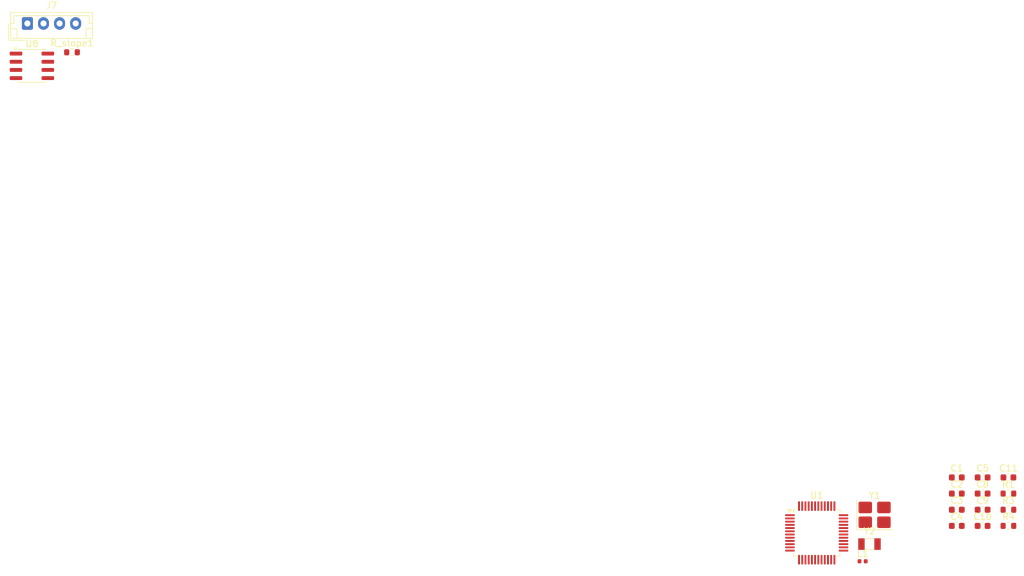
<source format=kicad_pcb>
(kicad_pcb (version 20241229) (generator "pcbnew") (generator_version "9.0")
  (layers (0 "F.Cu" signal) (2 "B.Cu" signal) (13 "F.Paste" user) (15 "B.Paste" user) (5 "F.SilkS" user "F.Silkscreen") (7 "B.SilkS" user "B.Silkscreen") (1 "F.Mask" user) (3 "B.Mask" user) (25 "Edge.Cuts" user))
  (net 0 "")
  (net 1 "+3V3")
  (net 2 "/VREF")
  (net 3 "Net-(J7-Pin_3)")
  (net 4 "GND")
  (net 7 "/SWDIO")
  (net 9 "/SWCLK")
  (net 10 "/BOOT")
  (net 11 "Net-(J7-Pin_2)")
  (net 15 "Net-(U1-OSC_IN)")
  (net 16 "CAN_POWER")
  (net 19 "Net-(U1-OSC_OUT)")
  (net 20 "Net-(U8-Rs)")
  (net 30 "Net-(U1-PC14)")
  (net 32 "PA11")
  (net 33 "/NRST")
  (net 34 "P_GND")
  (net 40 "PA12")
  (net 41 "Net-(U1-PC15)")
  (net 42 "TRIG_THRES")
  (net 45 "Q")
  (net 48 "CAN_RX")
  (net 49 "CAN_TX")
  (net 51 "/PB2")
  (footprint "Crystal:Crystal_SMD_3225-4Pin_3.2x2.5mm_HandSoldering" (layer "F.Cu") (at 134.68 78.485)
    (property "Reference" "Y1" (at 0 -3 0) (layer "F.SilkS"))
    (property "Value" "Crystal_GND24")
    (fp_line (start -2.76 -2.31) (end -2.76 2.31) (stroke (width 0.12)) (layer "F.SilkS"))
    (fp_line (start -2.76 2.31) (end 2.76 2.31) (stroke (width 0.12)) (layer "F.SilkS"))
    (pad "1" smd roundrect (at -1.45 1.15) (size 2.1 1.8) (layers "F.Cu" "F.Mask" "F.Paste") (roundrect_rratio 0.138889) (net 19 "Net-(U1-OSC_OUT)"))
    (pad "2" smd roundrect (at 1.45 1.15) (size 2.1 1.8) (layers "F.Cu" "F.Mask" "F.Paste") (roundrect_rratio 0.138889) (net 4 "GND"))
    (pad "3" smd roundrect (at 1.45 -1.15) (size 2.1 1.8) (layers "F.Cu" "F.Mask" "F.Paste") (roundrect_rratio 0.138889) (net 15 "Net-(U1-OSC_IN)"))
    (pad "4" smd roundrect (at -1.45 -1.15) (size 2.1 1.8) (layers "F.Cu" "F.Mask" "F.Paste") (roundrect_rratio 0.138889) (net 4 "GND"))
  )
  (footprint "Capacitor_SMD:C_0603_1608Metric" (layer "F.Cu") (at 151.465 80.2)
    (property "Reference" "C10" (at 0 -1.43 0) (layer "F.SilkS"))
    (property "Value" "100nF")
    (fp_line (start -0.14058 -0.51) (end 0.14058 -0.51) (stroke (width 0.12)) (layer "F.SilkS"))
    (fp_line (start -0.14058 0.51) (end 0.14058 0.51) (stroke (width 0.12)) (layer "F.SilkS"))
    (pad "1" smd roundrect (at -0.775 0) (size 0.9 0.95) (layers "F.Cu" "F.Mask" "F.Paste") (net 1 "+3V3"))
    (pad "2" smd roundrect (at 0.775 0) (size 0.9 0.95) (layers "F.Cu" "F.Mask" "F.Paste") (net 4 "GND"))
  )
  (footprint "Resistor_SMD:R_0603_1608Metric" (layer "F.Cu") (at 9.955 6.605)
    (property "Reference" "R_slope1" (at 0 -1.43 0) (layer "F.SilkS"))
    (property "Value" "10k-100k 10k faster")
    (fp_line (start -0.237258 -0.5225) (end 0.237258 -0.5225) (stroke (width 0.12)) (layer "F.SilkS"))
    (fp_line (start -0.237258 0.5225) (end 0.237258 0.5225) (stroke (width 0.12)) (layer "F.SilkS"))
    (pad "1" smd roundrect (at -0.825 0) (size 0.8 0.95) (layers "F.Cu" "F.Mask" "F.Paste") (net 4 "GND"))
    (pad "2" smd roundrect (at 0.825 0) (size 0.8 0.95) (layers "F.Cu" "F.Mask" "F.Paste") (net 20 "Net-(U8-Rs)"))
  )
  (footprint "Crystal:Crystal_SMD_3215-2Pin_3.2x1.5mm" (layer "F.Cu") (at 133.885 83.03)
    (property "Reference" "Y2" (at 0 -2 0) (layer "F.SilkS"))
    (property "Value" "Crystal")
    (fp_line (start -0.675 -0.875) (end 0.675 -0.875) (stroke (width 0.12)) (layer "F.SilkS"))
    (fp_line (start -0.675 0.875) (end 0.675 0.875) (stroke (width 0.12)) (layer "F.SilkS"))
    (pad "1" smd rect (at 1.25 0) (size 1 1.8) (layers "F.Cu" "F.Mask" "F.Paste") (net 41 "Net-(U1-PC15)"))
    (pad "2" smd rect (at -1.25 0) (size 1 1.8) (layers "F.Cu" "F.Mask" "F.Paste") (net 30 "Net-(U1-PC14)"))
  )
  (footprint "Capacitor_SMD:C_0603_1608Metric" (layer "F.Cu") (at 147.455 80.2)
    (property "Reference" "C4" (at 0 -1.43 0) (layer "F.SilkS"))
    (property "Value" "1.5pF")
    (fp_line (start -0.14058 -0.51) (end 0.14058 -0.51) (stroke (width 0.12)) (layer "F.SilkS"))
    (fp_line (start -0.14058 0.51) (end 0.14058 0.51) (stroke (width 0.12)) (layer "F.SilkS"))
    (pad "1" smd roundrect (at -0.775 0) (size 0.9 0.95) (layers "F.Cu" "F.Mask" "F.Paste") (net 4 "GND"))
    (pad "2" smd roundrect (at 0.775 0) (size 0.9 0.95) (layers "F.Cu" "F.Mask" "F.Paste") (net 30 "Net-(U1-PC14)"))
  )
  (footprint "Resistor_SMD:R_0603_1608Metric" (layer "F.Cu") (at 155.475 77.69)
    (property "Reference" "R3" (at 0 -1.43 0) (layer "F.SilkS"))
    (property "Value" "10kΩ")
    (fp_line (start -0.237258 -0.5225) (end 0.237258 -0.5225) (stroke (width 0.12)) (layer "F.SilkS"))
    (fp_line (start -0.237258 0.5225) (end 0.237258 0.5225) (stroke (width 0.12)) (layer "F.SilkS"))
    (pad "1" smd roundrect (at -0.825 0) (size 0.8 0.95) (layers "F.Cu" "F.Mask" "F.Paste") (net 1 "+3V3"))
    (pad "2" smd roundrect (at 0.825 0) (size 0.8 0.95) (layers "F.Cu" "F.Mask" "F.Paste") (net 33 "/NRST"))
  )
  (footprint "Inductor_SMD:L_0402_1005Metric" (layer "F.Cu") (at 132.815 85.7)
    (property "Reference" "L1" (at 0 -1.17 0) (layer "F.SilkS"))
    (property "Value" "1K_100Mhz")
    (pad "1" smd roundrect (at -0.485 0) (size 0.59 0.64) (layers "F.Cu" "F.Mask" "F.Paste") (net 2 "/VREF"))
    (pad "2" smd roundrect (at 0.485 0) (size 0.59 0.64) (layers "F.Cu" "F.Mask" "F.Paste") (net 1 "+3V3"))
  )
  (footprint "Capacitor_SMD:C_0603_1608Metric" (layer "F.Cu") (at 147.455 77.69)
    (property "Reference" "C3" (at 0 -1.43 0) (layer "F.SilkS"))
    (property "Value" "1.5pF")
    (fp_line (start -0.14058 -0.51) (end 0.14058 -0.51) (stroke (width 0.12)) (layer "F.SilkS"))
    (fp_line (start -0.14058 0.51) (end 0.14058 0.51) (stroke (width 0.12)) (layer "F.SilkS"))
    (pad "1" smd roundrect (at -0.775 0) (size 0.9 0.95) (layers "F.Cu" "F.Mask" "F.Paste") (net 4 "GND"))
    (pad "2" smd roundrect (at 0.775 0) (size 0.9 0.95) (layers "F.Cu" "F.Mask" "F.Paste") (net 41 "Net-(U1-PC15)"))
  )
  (footprint "Capacitor_SMD:C_0603_1608Metric" (layer "F.Cu") (at 155.475 72.67)
    (property "Reference" "C11" (at 0 -1.43 0) (layer "F.SilkS"))
    (property "Value" "100nF")
    (fp_line (start -0.14058 -0.51) (end 0.14058 -0.51) (stroke (width 0.12)) (layer "F.SilkS"))
    (fp_line (start -0.14058 0.51) (end 0.14058 0.51) (stroke (width 0.12)) (layer "F.SilkS"))
    (pad "1" smd roundrect (at -0.775 0) (size 0.9 0.95) (layers "F.Cu" "F.Mask" "F.Paste") (net 2 "/VREF"))
    (pad "2" smd roundrect (at 0.775 0) (size 0.9 0.95) (layers "F.Cu" "F.Mask" "F.Paste") (net 4 "GND"))
  )
  (footprint "Resistor_SMD:R_0603_1608Metric" (layer "F.Cu") (at 155.475 75.18)
    (property "Reference" "R1" (at 0 -1.43 0) (layer "F.SilkS"))
    (property "Value" "10kΩ")
    (fp_line (start -0.237258 -0.5225) (end 0.237258 -0.5225) (stroke (width 0.12)) (layer "F.SilkS"))
    (fp_line (start -0.237258 0.5225) (end 0.237258 0.5225) (stroke (width 0.12)) (layer "F.SilkS"))
    (pad "1" smd roundrect (at -0.825 0) (size 0.8 0.95) (layers "F.Cu" "F.Mask" "F.Paste") (net 10 "/BOOT"))
    (pad "2" smd roundrect (at 0.825 0) (size 0.8 0.95) (layers "F.Cu" "F.Mask" "F.Paste") (net 4 "GND"))
  )
  (footprint "Package_SO:SOIC-8_3.9x4.9mm_P1.27mm" (layer "F.Cu") (at 3.725 8.71)
    (property "Reference" "U8" (at 0 -3.4 0) (layer "F.SilkS"))
    (property "Value" "SN65HVD230")
    (fp_line (start -2.06 -2.56) (end 2.06 -2.56) (stroke (width 0.12)) (layer "F.SilkS"))
    (fp_line (start -2.06 -2.465) (end -2.06 -2.56) (stroke (width 0.12)) (layer "F.SilkS"))
    (fp_line (start -2.06 2.56) (end -2.06 2.465) (stroke (width 0.12)) (layer "F.SilkS"))
    (fp_line (start 2.06 -2.56) (end 2.06 -2.465) (stroke (width 0.12)) (layer "F.SilkS"))
    (fp_line (start 2.06 2.465) (end 2.06 2.56) (stroke (width 0.12)) (layer "F.SilkS"))
    (fp_line (start 2.06 2.56) (end -2.06 2.56) (stroke (width 0.12)) (layer "F.SilkS"))
    (fp_poly (pts (xy -2.6 -2.47) (xy -2.84 -2.8) (xy -2.36 -2.8)) (stroke (width 0.12)) (fill yes) (layer "F.SilkS"))
    (pad "1" smd roundrect (at -2.475 -1.905) (size 1.95 0.6) (layers "F.Cu" "F.Mask" "F.Paste") (net 49 "CAN_TX"))
    (pad "2" smd roundrect (at -2.475 -0.635) (size 1.95 0.6) (layers "F.Cu" "F.Mask" "F.Paste") (net 4 "GND"))
    (pad "3" smd roundrect (at -2.475 0.635) (size 1.95 0.6) (layers "F.Cu" "F.Mask" "F.Paste") (net 16 "CAN_POWER"))
    (pad "4" smd roundrect (at -2.475 1.905) (size 1.95 0.6) (layers "F.Cu" "F.Mask" "F.Paste") (net 48 "CAN_RX"))
    (pad "5" smd roundrect (at 2.475 1.905) (size 1.95 0.6) (layers "F.Cu" "F.Mask" "F.Paste"))
    (pad "6" smd roundrect (at 2.475 0.635) (size 1.95 0.6) (layers "F.Cu" "F.Mask" "F.Paste") (net 3 "Net-(J7-Pin_3)"))
    (pad "7" smd roundrect (at 2.475 -0.635) (size 1.95 0.6) (layers "F.Cu" "F.Mask" "F.Paste") (net 11 "Net-(J7-Pin_2)"))
    (pad "8" smd roundrect (at 2.475 -1.905) (size 1.95 0.6) (layers "F.Cu" "F.Mask" "F.Paste") (net 20 "Net-(U8-Rs)"))
  )
  (footprint "Capacitor_SMD:C_0603_1608Metric" (layer "F.Cu") (at 151.465 75.18)
    (property "Reference" "C8" (at 0 -1.43 0) (layer "F.SilkS"))
    (property "Value" "100nF")
    (fp_line (start -0.14058 -0.51) (end 0.14058 -0.51) (stroke (width 0.12)) (layer "F.SilkS"))
    (fp_line (start -0.14058 0.51) (end 0.14058 0.51) (stroke (width 0.12)) (layer "F.SilkS"))
    (pad "1" smd roundrect (at -0.775 0) (size 0.9 0.95) (layers "F.Cu" "F.Mask" "F.Paste") (net 1 "+3V3"))
    (pad "2" smd roundrect (at 0.775 0) (size 0.9 0.95) (layers "F.Cu" "F.Mask" "F.Paste") (net 4 "GND"))
  )
  (footprint "Package_QFP:LQFP-48_7x7mm_P0.5mm" (layer "F.Cu") (at 125.685 81.29)
    (property "Reference" "U1" (at 0 -5.85 0) (layer "F.SilkS"))
    (property "Value" "CH32V203CxTx")
    (fp_line (start -3.61 -3.61) (end -3.61 -3.16) (stroke (width 0.12)) (layer "F.SilkS"))
    (fp_line (start -3.61 3.61) (end -3.61 3.16) (stroke (width 0.12)) (layer "F.SilkS"))
    (fp_line (start -3.16 -3.61) (end -3.61 -3.61) (stroke (width 0.12)) (layer "F.SilkS"))
    (fp_line (start -3.16 3.61) (end -3.61 3.61) (stroke (width 0.12)) (layer "F.SilkS"))
    (fp_line (start 3.16 -3.61) (end 3.61 -3.61) (stroke (width 0.12)) (layer "F.SilkS"))
    (fp_line (start 3.16 3.61) (end 3.61 3.61) (stroke (width 0.12)) (layer "F.SilkS"))
    (fp_line (start 3.61 -3.61) (end 3.61 -3.16) (stroke (width 0.12)) (layer "F.SilkS"))
    (fp_line (start 3.61 3.61) (end 3.61 3.16) (stroke (width 0.12)) (layer "F.SilkS"))
    (fp_poly (pts (xy -4.2 -3.16) (xy -4.54 -3.63) (xy -3.86 -3.63)) (stroke (width 0.12)) (fill yes) (layer "F.SilkS"))
    (pad "1" smd roundrect (at -4.1625 -2.75) (size 1.475 0.3) (layers "F.Cu" "F.Mask" "F.Paste"))
    (pad "2" smd roundrect (at -4.1625 -2.25) (size 1.475 0.3) (layers "F.Cu" "F.Mask" "F.Paste"))
    (pad "3" smd roundrect (at -4.1625 -1.75) (size 1.475 0.3) (layers "F.Cu" "F.Mask" "F.Paste") (net 30 "Net-(U1-PC14)"))
    (pad "4" smd roundrect (at -4.1625 -1.25) (size 1.475 0.3) (layers "F.Cu" "F.Mask" "F.Paste") (net 41 "Net-(U1-PC15)"))
    (pad "5" smd roundrect (at -4.1625 -0.75) (size 1.475 0.3) (layers "F.Cu" "F.Mask" "F.Paste") (net 15 "Net-(U1-OSC_IN)"))
    (pad "6" smd roundrect (at -4.1625 -0.25) (size 1.475 0.3) (layers "F.Cu" "F.Mask" "F.Paste") (net 19 "Net-(U1-OSC_OUT)"))
    (pad "7" smd roundrect (at -4.1625 0.25) (size 1.475 0.3) (layers "F.Cu" "F.Mask" "F.Paste") (net 33 "/NRST"))
    (pad "8" smd roundrect (at -4.1625 0.75) (size 1.475 0.3) (layers "F.Cu" "F.Mask" "F.Paste") (net 4 "GND"))
    (pad "9" smd roundrect (at -4.1625 1.25) (size 1.475 0.3) (layers "F.Cu" "F.Mask" "F.Paste") (net 2 "/VREF"))
    (pad "10" smd roundrect (at -4.1625 1.75) (size 1.475 0.3) (layers "F.Cu" "F.Mask" "F.Paste"))
    (pad "11" smd roundrect (at -4.1625 2.25) (size 1.475 0.3) (layers "F.Cu" "F.Mask" "F.Paste") (net 42 "TRIG_THRES"))
    (pad "12" smd roundrect (at -4.1625 2.75) (size 1.475 0.3) (layers "F.Cu" "F.Mask" "F.Paste"))
    (pad "13" smd roundrect (at -2.75 4.1625) (size 0.3 1.475) (layers "F.Cu" "F.Mask" "F.Paste"))
    (pad "14" smd roundrect (at -2.25 4.1625) (size 0.3 1.475) (layers "F.Cu" "F.Mask" "F.Paste"))
    (pad "15" smd roundrect (at -1.75 4.1625) (size 0.3 1.475) (layers "F.Cu" "F.Mask" "F.Paste"))
    (pad "16" smd roundrect (at -1.25 4.1625) (size 0.3 1.475) (layers "F.Cu" "F.Mask" "F.Paste"))
    (pad "17" smd roundrect (at -0.75 4.1625) (size 0.3 1.475) (layers "F.Cu" "F.Mask" "F.Paste"))
    (pad "18" smd roundrect (at -0.25 4.1625) (size 0.3 1.475) (layers "F.Cu" "F.Mask" "F.Paste") (net 45 "Q"))
    (pad "19" smd roundrect (at 0.25 4.1625) (size 0.3 1.475) (layers "F.Cu" "F.Mask" "F.Paste") (net 34 "P_GND"))
    (pad "20" smd roundrect (at 0.75 4.1625) (size 0.3 1.475) (layers "F.Cu" "F.Mask" "F.Paste"))
    (pad "21" smd roundrect (at 1.25 4.1625) (size 0.3 1.475) (layers "F.Cu" "F.Mask" "F.Paste"))
    (pad "22" smd roundrect (at 1.75 4.1625) (size 0.3 1.475) (layers "F.Cu" "F.Mask" "F.Paste"))
    (pad "23" smd roundrect (at 2.25 4.1625) (size 0.3 1.475) (layers "F.Cu" "F.Mask" "F.Paste") (net 4 "GND"))
    (pad "24" smd roundrect (at 2.75 4.1625) (size 0.3 1.475) (layers "F.Cu" "F.Mask" "F.Paste") (net 1 "+3V3"))
    (pad "25" smd roundrect (at 4.1625 2.75) (size 1.475 0.3) (layers "F.Cu" "F.Mask" "F.Paste"))
    (pad "26" smd roundrect (at 4.1625 2.25) (size 1.475 0.3) (layers "F.Cu" "F.Mask" "F.Paste"))
    (pad "27" smd roundrect (at 4.1625 1.75) (size 1.475 0.3) (layers "F.Cu" "F.Mask" "F.Paste"))
    (pad "28" smd roundrect (at 4.1625 1.25) (size 1.475 0.3) (layers "F.Cu" "F.Mask" "F.Paste"))
    (pad "29" smd roundrect (at 4.1625 0.75) (size 1.475 0.3) (layers "F.Cu" "F.Mask" "F.Paste"))
    (pad "30" smd roundrect (at 4.1625 0.25) (size 1.475 0.3) (layers "F.Cu" "F.Mask" "F.Paste"))
    (pad "31" smd roundrect (at 4.1625 -0.25) (size 1.475 0.3) (layers "F.Cu" "F.Mask" "F.Paste"))
    (pad "32" smd roundrect (at 4.1625 -0.75) (size 1.475 0.3) (layers "F.Cu" "F.Mask" "F.Paste") (net 32 "PA11"))
    (pad "33" smd roundrect (at 4.1625 -1.25) (size 1.475 0.3) (layers "F.Cu" "F.Mask" "F.Paste") (net 40 "PA12"))
    (pad "34" smd roundrect (at 4.1625 -1.75) (size 1.475 0.3) (layers "F.Cu" "F.Mask" "F.Paste") (net 7 "/SWDIO"))
    (pad "35" smd roundrect (at 4.1625 -2.25) (size 1.475 0.3) (layers "F.Cu" "F.Mask" "F.Paste") (net 4 "GND"))
    (pad "36" smd roundrect (at 4.1625 -2.75) (size 1.475 0.3) (layers "F.Cu" "F.Mask" "F.Paste") (net 1 "+3V3"))
    (pad "37" smd roundrect (at 2.75 -4.1625) (size 0.3 1.475) (layers "F.Cu" "F.Mask" "F.Paste") (net 9 "/SWCLK"))
    (pad "38" smd roundrect (at 2.25 -4.1625) (size 0.3 1.475) (layers "F.Cu" "F.Mask" "F.Paste"))
    (pad "39" smd roundrect (at 1.75 -4.1625) (size 0.3 1.475) (layers "F.Cu" "F.Mask" "F.Paste"))
    (pad "40" smd roundrect (at 1.25 -4.1625) (size 0.3 1.475) (layers "F.Cu" "F.Mask" "F.Paste"))
    (pad "41" smd roundrect (at 0.75 -4.1625) (size 0.3 1.475) (layers "F.Cu" "F.Mask" "F.Paste"))
    (pad "42" smd roundrect (at 0.25 -4.1625) (size 0.3 1.475) (layers "F.Cu" "F.Mask" "F.Paste"))
    (pad "43" smd roundrect (at -0.25 -4.1625) (size 0.3 1.475) (layers "F.Cu" "F.Mask" "F.Paste"))
    (pad "44" smd roundrect (at -0.75 -4.1625) (size 0.3 1.475) (layers "F.Cu" "F.Mask" "F.Paste") (net 10 "/BOOT"))
    (pad "45" smd roundrect (at -1.25 -4.1625) (size 0.3 1.475) (layers "F.Cu" "F.Mask" "F.Paste"))
    (pad "46" smd roundrect (at -1.75 -4.1625) (size 0.3 1.475) (layers "F.Cu" "F.Mask" "F.Paste"))
    (pad "47" smd roundrect (at -2.25 -4.1625) (size 0.3 1.475) (layers "F.Cu" "F.Mask" "F.Paste") (net 4 "GND"))
    (pad "48" smd roundrect (at -2.75 -4.1625) (size 0.3 1.475) (layers "F.Cu" "F.Mask" "F.Paste") (net 1 "+3V3"))
  )
  (footprint "Capacitor_SMD:C_0603_1608Metric" (layer "F.Cu") (at 147.455 72.67)
    (property "Reference" "C1" (at 0 -1.43 0) (layer "F.SilkS"))
    (property "Value" "10pF")
    (fp_line (start -0.14058 -0.51) (end 0.14058 -0.51) (stroke (width 0.12)) (layer "F.SilkS"))
    (fp_line (start -0.14058 0.51) (end 0.14058 0.51) (stroke (width 0.12)) (layer "F.SilkS"))
    (pad "1" smd roundrect (at -0.775 0) (size 0.9 0.95) (layers "F.Cu" "F.Mask" "F.Paste") (net 19 "Net-(U1-OSC_OUT)"))
    (pad "2" smd roundrect (at 0.775 0) (size 0.9 0.95) (layers "F.Cu" "F.Mask" "F.Paste") (net 4 "GND"))
  )
  (footprint "Capacitor_SMD:C_0603_1608Metric" (layer "F.Cu") (at 151.465 72.67)
    (property "Reference" "C5" (at 0 -1.43 0) (layer "F.SilkS"))
    (property "Value" "100nF")
    (fp_line (start -0.14058 -0.51) (end 0.14058 -0.51) (stroke (width 0.12)) (layer "F.SilkS"))
    (fp_line (start -0.14058 0.51) (end 0.14058 0.51) (stroke (width 0.12)) (layer "F.SilkS"))
    (pad "1" smd roundrect (at -0.775 0) (size 0.9 0.95) (layers "F.Cu" "F.Mask" "F.Paste") (net 33 "/NRST"))
    (pad "2" smd roundrect (at 0.775 0) (size 0.9 0.95) (layers "F.Cu" "F.Mask" "F.Paste") (net 4 "GND"))
  )
  (footprint "Capacitor_SMD:C_0603_1608Metric" (layer "F.Cu") (at 147.455 75.18)
    (property "Reference" "C2" (at 0 -1.43 0) (layer "F.SilkS"))
    (property "Value" "10pF")
    (fp_line (start -0.14058 -0.51) (end 0.14058 -0.51) (stroke (width 0.12)) (layer "F.SilkS"))
    (fp_line (start -0.14058 0.51) (end 0.14058 0.51) (stroke (width 0.12)) (layer "F.SilkS"))
    (pad "1" smd roundrect (at -0.775 0) (size 0.9 0.95) (layers "F.Cu" "F.Mask" "F.Paste") (net 15 "Net-(U1-OSC_IN)"))
    (pad "2" smd roundrect (at 0.775 0) (size 0.9 0.95) (layers "F.Cu" "F.Mask" "F.Paste") (net 4 "GND"))
  )
  (footprint "Resistor_SMD:R_0603_1608Metric" (layer "F.Cu") (at 155.475 80.2)
    (property "Reference" "R4" (at 0 -1.43 0) (layer "F.SilkS"))
    (property "Value" "10kΩ")
    (fp_line (start -0.237258 -0.5225) (end 0.237258 -0.5225) (stroke (width 0.12)) (layer "F.SilkS"))
    (fp_line (start -0.237258 0.5225) (end 0.237258 0.5225) (stroke (width 0.12)) (layer "F.SilkS"))
    (pad "1" smd roundrect (at -0.825 0) (size 0.8 0.95) (layers "F.Cu" "F.Mask" "F.Paste") (net 51 "/PB2"))
    (pad "2" smd roundrect (at 0.825 0) (size 0.8 0.95) (layers "F.Cu" "F.Mask" "F.Paste") (net 4 "GND"))
  )
  (footprint "Connector_JST:JST_EH_B4B-EH-A_1x04_P2.50mm_Vertical" (layer "F.Cu") (at 3.025 2.125)
    (property "Reference" "J7" (at 3.75 -2.8 0) (layer "F.SilkS"))
    (property "Value" "Conn_01x04")
    (fp_line (start -2.91 0.11) (end -2.91 2.61) (stroke (width 0.12)) (layer "F.SilkS"))
    (fp_line (start -2.91 2.61) (end -0.41 2.61) (stroke (width 0.12)) (layer "F.SilkS"))
    (fp_line (start -2.61 -1.71) (end -2.61 2.31) (stroke (width 0.12)) (layer "F.SilkS"))
    (fp_line (start -2.61 0) (end -2.11 0) (stroke (width 0.12)) (layer "F.SilkS"))
    (fp_line (start -2.61 0.81) (end -1.61 0.81) (stroke (width 0.12)) (layer "F.SilkS"))
    (fp_line (start -2.61 2.31) (end 10.11 2.31) (stroke (width 0.12)) (layer "F.SilkS"))
    (fp_line (start -2.11 -1.21) (end 9.61 -1.21) (stroke (width 0.12)) (layer "F.SilkS"))
    (fp_line (start -2.11 0) (end -2.11 -1.21) (stroke (width 0.12)) (layer "F.SilkS"))
    (fp_line (start -1.61 0.81) (end -1.61 2.31) (stroke (width 0.12)) (layer "F.SilkS"))
    (fp_line (start 9.11 0.81) (end 9.11 2.31) (stroke (width 0.12)) (layer "F.SilkS"))
    (fp_line (start 9.61 -1.21) (end 9.61 0) (stroke (width 0.12)) (layer "F.SilkS"))
    (fp_line (start 9.61 0) (end 10.11 0) (stroke (width 0.12)) (layer "F.SilkS"))
    (fp_line (start 10.11 -1.71) (end -2.61 -1.71) (stroke (width 0.12)) (layer "F.SilkS"))
    (fp_line (start 10.11 0.81) (end 9.11 0.81) (stroke (width 0.12)) (layer "F.SilkS"))
    (fp_line (start 10.11 2.31) (end 10.11 -1.71) (stroke (width 0.12)) (layer "F.SilkS"))
    (pad "1" thru_hole roundrect (at 0 0) (size 1.7 1.95) (drill 0.95) (layers "*.Cu" "*.Mask") (roundrect_rratio 0.147059) (net 16 "CAN_POWER"))
    (pad "2" thru_hole oval (at 2.5 0) (size 1.7 1.95) (drill 0.95) (layers "*.Cu" "*.Mask") (net 11 "Net-(J7-Pin_2)"))
    (pad "3" thru_hole oval (at 5 0) (size 1.7 1.95) (drill 0.95) (layers "*.Cu" "*.Mask") (net 3 "Net-(J7-Pin_3)"))
    (pad "4" thru_hole oval (at 7.5 0) (size 1.7 1.95) (drill 0.95) (layers "*.Cu" "*.Mask") (net 4 "GND"))
  )
  (footprint "Capacitor_SMD:C_0603_1608Metric" (layer "F.Cu") (at 151.465 77.69)
    (property "Reference" "C9" (at 0 -1.43 0) (layer "F.SilkS"))
    (property "Value" "100nF")
    (fp_line (start -0.14058 -0.51) (end 0.14058 -0.51) (stroke (width 0.12)) (layer "F.SilkS"))
    (fp_line (start -0.14058 0.51) (end 0.14058 0.51) (stroke (width 0.12)) (layer "F.SilkS"))
    (pad "1" smd roundrect (at -0.775 0) (size 0.9 0.95) (layers "F.Cu" "F.Mask" "F.Paste") (net 1 "+3V3"))
    (pad "2" smd roundrect (at 0.775 0) (size 0.9 0.95) (layers "F.Cu" "F.Mask" "F.Paste") (net 4 "GND"))
  )
)
</source>
